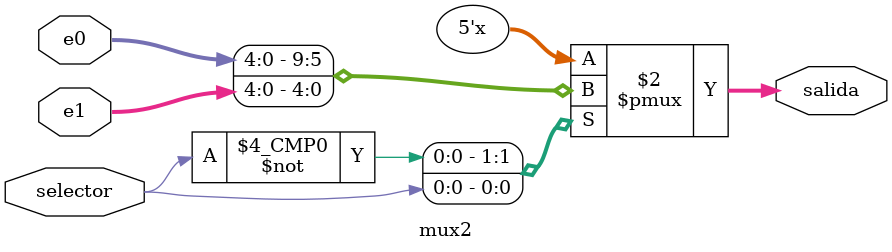
<source format=v>
module mux2(
	input selector,
	input [4:0]e0,
	input [4:0]e1,
	output reg [4:0] salida
);

always@(*)
begin
	case (selector)
		1'b0: salida = e0;
		1'b1: salida = e1;
	endcase
end

endmodule

</source>
